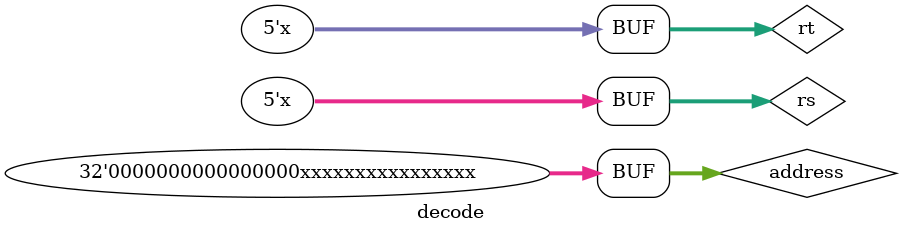
<source format=v>
`include "genericComponents/mux5Bits.v"
`include "stages/decode/components/control.v"
`include "stages/decode/components/aluControl.v"
`include "stages/decode/components/file_register.v"
`include "stages/decode/components/hazardDetectionUnit.v"

module decode;

wire [0:8]outControlBits;
wire [1:0]aluCtrl;
wire [31:0]readData1, readData2, address;
wire[4:0]rd, rs, rt;


assign address = {16'b0, if_id.instruction[15:0]};
assign rs = if_id.instruction[25:21];
assign rt = if_id.instruction[20:16];
assign outControlBits = flush_CtrlBits ? 0 : control.controlBits;

control control();
mux5 mux(.in1(if_id.instruction[20:16]), .in2(if_id.instruction[15:11]), .ctrl(control.regDst), .out(rd));
hazardDetectionUnit detectHazard(
	.flush_CtrlBits(flush_CtrlBits)
);
file_register file_register(
	.writeData(wb.valueToWB), 
	.regWrite(mem_wb.regWrite), 
	.readData1(readData1), 
	.readData2(readData2)
);
aluControl aluControl(.aluOp(if_id.instruction[31:26]), .aluCtrl(aluCtrl));

endmodule

</source>
